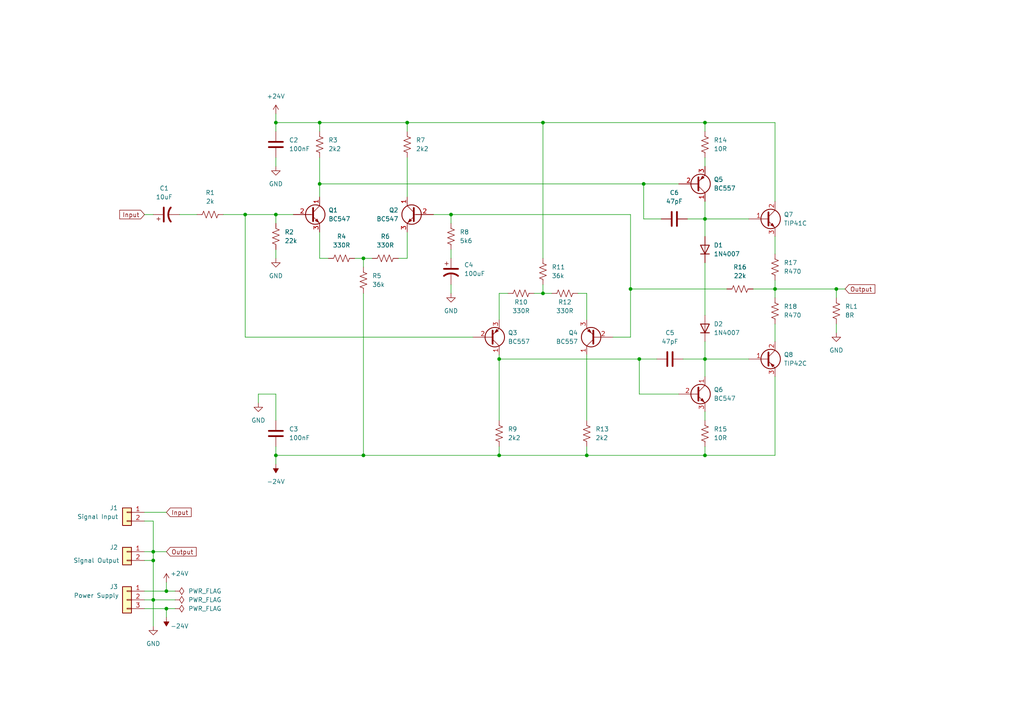
<source format=kicad_sch>
(kicad_sch (version 20211123) (generator eeschema)
  (paper "A4")
  (title_block (title "Amplificador Classe AB 20W") (date "2022-05-14") (rev "Alfredo Savi"))
  (lib_symbols
    (symbol "Connector_Generic:Conn_01x02" (pin_names (offset 1.016) hide)
      (property "Reference" "J" (at 0 2.54 0))
      (property "Value" "Conn_01x02" (at 0 -5.08 0))
      (symbol "Conn_01x02_1_1"
        (rectangle (start -1.27 -2.413) (end 0 -2.667) (stroke (width 0.1524)))
        (rectangle (start -1.27 0.127) (end 0 -0.127) (stroke (width 0.1524)))
        (rectangle (start -1.27 1.27) (end 1.27 -3.81) (stroke (width 0.254)) (fill (type background)))
        (pin passive line (at -5.08 0 0) (length 3.81) (name "Pin_1") (number "1"))
        (pin passive line (at -5.08 -2.54 0) (length 3.81) (name "Pin_2") (number "2"))
      )
    )
    (symbol "Connector_Generic:Conn_01x03" (pin_names (offset 1.016) hide)
      (property "Reference" "J" (at 0 5.08 0))
      (property "Value" "Conn_01x03" (at 0 -5.08 0))
      (symbol "Conn_01x03_1_1"
        (rectangle (start -1.27 -2.413) (end 0 -2.667) (stroke (width 0.1524)))
        (rectangle (start -1.27 0.127) (end 0 -0.127) (stroke (width 0.1524)))
        (rectangle (start -1.27 2.667) (end 0 2.413) (stroke (width 0.1524)))
        (rectangle (start -1.27 3.81) (end 1.27 -3.81) (stroke (width 0.254)) (fill (type background)))
        (pin passive line (at -5.08 2.54 0) (length 3.81) (name "Pin_1") (number "1"))
        (pin passive line (at -5.08 0 0) (length 3.81) (name "Pin_2") (number "2"))
        (pin passive line (at -5.08 -2.54 0) (length 3.81) (name "Pin_3") (number "3"))
      )
    )
    (symbol "Device:C" (pin_numbers hide) (pin_names (offset 0.254))
      (property "Reference" "C" (at 0.635 2.54 0))
      (property "Value" "C" (at 0.635 -2.54 0))
      (symbol "C_0_1"
        (polyline (pts (xy -2.032 -0.762) (xy 2.032 -0.762)) (stroke (width 0.508)))
        (polyline (pts (xy -2.032 0.762) (xy 2.032 0.762)) (stroke (width 0.508)))
      )
      (symbol "C_1_1"
        (pin passive line (at 0 3.81 270) (length 2.794) (name "~") (number "1"))
        (pin passive line (at 0 -3.81 90) (length 2.794) (name "~") (number "2"))
      )
    )
    (symbol "Device:C_Polarized_US" (pin_numbers hide) (pin_names (offset 0.254) hide)
      (property "Reference" "C" (at 0.635 2.54 0))
      (property "Value" "C_Polarized_US" (at 0.635 -2.54 0))
      (symbol "C_Polarized_US_0_1"
        (polyline (pts (xy -2.032 0.762) (xy 2.032 0.762)) (stroke (width 0.508)))
        (polyline (pts (xy -1.778 2.286) (xy -0.762 2.286)))
        (polyline (pts (xy -1.27 1.778) (xy -1.27 2.794)))
        (arc (start 2.032 -1.27) (mid 0 -0.5572) (end -2.032 -1.27) (stroke (width 0.508)))
      )
      (symbol "C_Polarized_US_1_1"
        (pin passive line (at 0 3.81 270) (length 2.794) (name "~") (number "1"))
        (pin passive line (at 0 -3.81 90) (length 3.302) (name "~") (number "2"))
      )
    )
    (symbol "Device:R_US" (pin_numbers hide) (pin_names (offset 0))
      (property "Reference" "R" (at 2.54 0 90))
      (property "Value" "R_US" (at -2.54 0 90))
      (symbol "R_US_0_1"
        (polyline (pts (xy 0 -2.286) (xy 0 -2.54)))
        (polyline (pts (xy 0 2.286) (xy 0 2.54)))
        (polyline (pts (xy 0 -0.762) (xy 1.016 -1.143) (xy 0 -1.524) (xy -1.016 -1.905) (xy 0 -2.286)))
        (polyline (pts (xy 0 0.762) (xy 1.016 0.381) (xy 0 0) (xy -1.016 -0.381) (xy 0 -0.762)))
        (polyline (pts (xy 0 2.286) (xy 1.016 1.905) (xy 0 1.524) (xy -1.016 1.143) (xy 0 0.762)))
      )
      (symbol "R_US_1_1"
        (pin passive line (at 0 3.81 270) (length 1.27) (name "~") (number "1"))
        (pin passive line (at 0 -3.81 90) (length 1.27) (name "~") (number "2"))
      )
    )
    (symbol "Diode:1N4007" (pin_numbers hide) (pin_names (offset 1.016) hide)
      (property "Reference" "D" (at 0 2.54 0))
      (property "Value" "1N4007" (at 0 -2.54 0))
      (symbol "1N4007_0_1"
        (polyline (pts (xy -1.27 1.27) (xy -1.27 -1.27)) (stroke (width 0.254)))
        (polyline (pts (xy 1.27 0) (xy -1.27 0)))
        (polyline (pts (xy 1.27 1.27) (xy 1.27 -1.27) (xy -1.27 0) (xy 1.27 1.27)) (stroke (width 0.254)))
      )
      (symbol "1N4007_1_1"
        (pin passive line (at -3.81 0 0) (length 2.54) (name "K") (number "1"))
        (pin passive line (at 3.81 0 180) (length 2.54) (name "A") (number "2"))
      )
    )
    (symbol "Transistor_BJT:BC547" (pin_names (offset 0) hide)
      (property "Reference" "Q" (at 5.08 1.905 0))
      (property "Value" "BC547" (at 5.08 0 0))
      (symbol "BC547_0_1"
        (polyline (pts (xy 0 0) (xy 0.635 0)))
        (polyline (pts (xy 0.635 0.635) (xy 2.54 2.54)))
        (polyline (pts (xy 0.635 -0.635) (xy 2.54 -2.54) (xy 2.54 -2.54)))
        (polyline (pts (xy 0.635 1.905) (xy 0.635 -1.905) (xy 0.635 -1.905)) (stroke (width 0.508)))
        (polyline (pts (xy 1.27 -1.778) (xy 1.778 -1.27) (xy 2.286 -2.286) (xy 1.27 -1.778) (xy 1.27 -1.778)) (fill (type outline)))
        (circle (center 1.27 0) (radius 2.8194) (stroke (width 0.254)))
      )
      (symbol "BC547_1_1"
        (pin passive line (at 2.54 5.08 270) (length 2.54) (name "C") (number "1"))
        (pin input line (at -5.08 0 0) (length 5.08) (name "B") (number "2"))
        (pin passive line (at 2.54 -5.08 90) (length 2.54) (name "E") (number "3"))
      )
    )
    (symbol "Transistor_BJT:BC557" (pin_names (offset 0) hide)
      (property "Reference" "Q" (at 5.08 1.905 0))
      (property "Value" "BC557" (at 5.08 0 0))
      (symbol "BC557_0_1"
        (polyline (pts (xy 0.635 0.635) (xy 2.54 2.54)))
        (polyline (pts (xy 0.635 -0.635) (xy 2.54 -2.54) (xy 2.54 -2.54)))
        (polyline (pts (xy 0.635 1.905) (xy 0.635 -1.905) (xy 0.635 -1.905)) (stroke (width 0.508)))
        (polyline (pts (xy 2.286 -1.778) (xy 1.778 -2.286) (xy 1.27 -1.27) (xy 2.286 -1.778) (xy 2.286 -1.778)) (fill (type outline)))
        (circle (center 1.27 0) (radius 2.8194) (stroke (width 0.254)))
      )
      (symbol "BC557_1_1"
        (pin passive line (at 2.54 5.08 270) (length 2.54) (name "C") (number "1"))
        (pin input line (at -5.08 0 0) (length 5.715) (name "B") (number "2"))
        (pin passive line (at 2.54 -5.08 90) (length 2.54) (name "E") (number "3"))
      )
    )
    (symbol "Transistor_BJT:TIP41C" (pin_names (offset 0) hide)
      (property "Reference" "Q" (at 6.35 1.905 0))
      (property "Value" "TIP41C" (at 6.35 0 0))
      (symbol "TIP41C_0_1"
        (polyline (pts (xy 0.635 0.635) (xy 2.54 2.54)))
        (polyline (pts (xy 0.635 -0.635) (xy 2.54 -2.54) (xy 2.54 -2.54)))
        (polyline (pts (xy 0.635 1.905) (xy 0.635 -1.905) (xy 0.635 -1.905)) (stroke (width 0.508)))
        (polyline (pts (xy 1.27 -1.778) (xy 1.778 -1.27) (xy 2.286 -2.286) (xy 1.27 -1.778) (xy 1.27 -1.778)) (fill (type outline)))
        (circle (center 1.27 0) (radius 2.8194) (stroke (width 0.254)))
      )
      (symbol "TIP41C_1_1"
        (pin input line (at -5.08 0 0) (length 5.715) (name "B") (number "1"))
        (pin passive line (at 2.54 5.08 270) (length 2.54) (name "C") (number "2"))
        (pin passive line (at 2.54 -5.08 90) (length 2.54) (name "E") (number "3"))
      )
    )
    (symbol "Transistor_BJT:TIP42C" (pin_names (offset 0) hide)
      (property "Reference" "Q" (at 6.35 1.905 0))
      (property "Value" "TIP42C" (at 6.35 0 0))
      (symbol "TIP42C_0_1"
        (polyline (pts (xy 0.635 0.635) (xy 2.54 2.54)))
        (polyline (pts (xy 0.635 -0.635) (xy 2.54 -2.54) (xy 2.54 -2.54)))
        (polyline (pts (xy 0.635 1.905) (xy 0.635 -1.905) (xy 0.635 -1.905)) (stroke (width 0.508)))
        (polyline (pts (xy 2.286 -1.778) (xy 1.778 -2.286) (xy 1.27 -1.27) (xy 2.286 -1.778) (xy 2.286 -1.778)) (fill (type outline)))
        (circle (center 1.27 0) (radius 2.8194) (stroke (width 0.254)))
      )
      (symbol "TIP42C_1_1"
        (pin input line (at -5.08 0 0) (length 5.715) (name "B") (number "1"))
        (pin passive line (at 2.54 5.08 270) (length 2.54) (name "C") (number "2"))
        (pin passive line (at 2.54 -5.08 90) (length 2.54) (name "E") (number "3"))
      )
    )
    (symbol "power:+24V" (power) (pin_names (offset 0))
      (property "Value" "+24V" (at 0 3.556 0))
      (symbol "+24V_0_1"
        (polyline (pts (xy -0.762 1.27) (xy 0 2.54)))
        (polyline (pts (xy 0 0) (xy 0 2.54)))
        (polyline (pts (xy 0 2.54) (xy 0.762 1.27)))
      )
      (symbol "+24V_1_1"
        (pin power_in line (at 0 0 90) (length 0) hide (name "+24V") (number "1"))
      )
    )
    (symbol "power:-24V" (power) (pin_names (offset 0))
      (property "Value" "-24V" (at 0 3.81 0))
      (symbol "-24V_0_0"
        (pin power_in line (at 0 0 90) (length 0) hide (name "-24V") (number "1"))
      )
      (symbol "-24V_0_1"
        (polyline (pts (xy 0 0) (xy 0 1.27) (xy 0.762 1.27) (xy 0 2.54) (xy -0.762 1.27) (xy 0 1.27)) (fill (type outline)))
      )
    )
    (symbol "power:GND" (power) (pin_names (offset 0))
      (property "Value" "GND" (at 0 -3.81 0))
      (symbol "GND_0_1"
        (polyline (pts (xy 0 0) (xy 0 -1.27) (xy 1.27 -1.27) (xy 0 -2.54) (xy -1.27 -1.27) (xy 0 -1.27)))
      )
      (symbol "GND_1_1"
        (pin power_in line (at 0 0 270) (length 0) hide (name "GND") (number "1"))
      )
    )
    (symbol "power:PWR_FLAG" (power) (pin_numbers hide) (pin_names (offset 0) hide)
      (property "Value" "PWR_FLAG" (at 0 3.81 0))
      (symbol "PWR_FLAG_0_0"
        (pin power_out line (at 0 0 90) (length 0) (name "pwr") (number "1"))
      )
      (symbol "PWR_FLAG_0_1"
        (polyline (pts (xy 0 0) (xy 0 1.27) (xy -1.016 1.905) (xy 0 2.54) (xy 1.016 1.905) (xy 0 1.27)))
      )
    )
  )
  (junction (at 204.47 35.56))
  (junction (at 185.42 104.14))
  (junction (at 204.47 104.14))
  (junction (at 118.11 35.56))
  (junction (at 242.57 83.82))
  (junction (at 224.79 83.82))
  (junction (at 170.18 132.08))
  (junction (at 92.71 53.34))
  (junction (at 80.01 132.08))
  (junction (at 71.12 62.23))
  (junction (at 48.26 171.45))
  (junction (at 48.26 176.53))
  (junction (at 157.48 85.09))
  (junction (at 44.45 160.02))
  (junction (at 204.47 63.5))
  (junction (at 105.41 74.93))
  (junction (at 182.88 83.82))
  (junction (at 105.41 132.08))
  (junction (at 44.45 173.99))
  (junction (at 204.47 132.08))
  (junction (at 92.71 35.56))
  (junction (at 186.69 53.34))
  (junction (at 130.81 62.23))
  (junction (at 157.48 35.56))
  (junction (at 80.01 35.56))
  (junction (at 144.78 104.14))
  (junction (at 80.01 62.23))
  (junction (at 144.78 132.08))
  (junction (at 44.45 162.56))
  (wire (pts (xy 191.77 63.5) (xy 186.69 63.5)))
  (wire (pts (xy 92.71 35.56) (xy 92.71 38.1)))
  (wire (pts (xy 92.71 45.72) (xy 92.71 53.34)))
  (wire (pts (xy 48.26 171.45) (xy 50.8 171.45)))
  (wire (pts (xy 182.88 97.79) (xy 182.88 83.82)))
  (wire (pts (xy 144.78 85.09) (xy 147.32 85.09)))
  (wire (pts (xy 204.47 35.56) (xy 224.79 35.56)))
  (wire (pts (xy 144.78 129.54) (xy 144.78 132.08)))
  (wire (pts (xy 74.93 116.84) (xy 74.93 114.3)))
  (wire (pts (xy 118.11 35.56) (xy 157.48 35.56)))
  (wire (pts (xy 41.91 171.45) (xy 48.26 171.45)))
  (wire (pts (xy 80.01 35.56) (xy 92.71 35.56)))
  (wire (pts (xy 242.57 86.36) (xy 242.57 83.82)))
  (wire (pts (xy 204.47 58.42) (xy 204.47 63.5)))
  (wire (pts (xy 224.79 93.98) (xy 224.79 99.06)))
  (wire (pts (xy 80.01 33.02) (xy 80.01 35.56)))
  (wire (pts (xy 71.12 97.79) (xy 71.12 62.23)))
  (wire (pts (xy 80.01 72.39) (xy 80.01 74.93)))
  (wire (pts (xy 224.79 83.82) (xy 224.79 86.36)))
  (wire (pts (xy 204.47 119.38) (xy 204.47 121.92)))
  (wire (pts (xy 80.01 132.08) (xy 105.41 132.08)))
  (wire (pts (xy 125.73 62.23) (xy 130.81 62.23)))
  (wire (pts (xy 185.42 104.14) (xy 185.42 114.3)))
  (wire (pts (xy 41.91 160.02) (xy 44.45 160.02)))
  (wire (pts (xy 44.45 173.99) (xy 44.45 181.61)))
  (wire (pts (xy 204.47 99.06) (xy 204.47 104.14)))
  (wire (pts (xy 105.41 74.93) (xy 107.95 74.93)))
  (wire (pts (xy 224.79 109.22) (xy 224.79 132.08)))
  (wire (pts (xy 204.47 45.72) (xy 204.47 48.26)))
  (wire (pts (xy 157.48 85.09) (xy 160.02 85.09)))
  (wire (pts (xy 144.78 132.08) (xy 170.18 132.08)))
  (wire (pts (xy 48.26 176.53) (xy 50.8 176.53)))
  (wire (pts (xy 64.77 62.23) (xy 71.12 62.23)))
  (wire (pts (xy 204.47 76.2) (xy 204.47 91.44)))
  (wire (pts (xy 105.41 132.08) (xy 144.78 132.08)))
  (wire (pts (xy 157.48 35.56) (xy 204.47 35.56)))
  (wire (pts (xy 157.48 82.55) (xy 157.48 85.09)))
  (wire (pts (xy 199.39 63.5) (xy 204.47 63.5)))
  (wire (pts (xy 242.57 93.98) (xy 242.57 96.52)))
  (wire (pts (xy 186.69 53.34) (xy 186.69 63.5)))
  (wire (pts (xy 80.01 114.3) (xy 80.01 121.92)))
  (wire (pts (xy 95.25 74.93) (xy 92.71 74.93)))
  (wire (pts (xy 204.47 35.56) (xy 204.47 38.1)))
  (wire (pts (xy 52.07 62.23) (xy 57.15 62.23)))
  (wire (pts (xy 170.18 102.87) (xy 170.18 121.92)))
  (wire (pts (xy 242.57 83.82) (xy 224.79 83.82)))
  (wire (pts (xy 92.71 35.56) (xy 118.11 35.56)))
  (wire (pts (xy 144.78 104.14) (xy 144.78 121.92)))
  (wire (pts (xy 92.71 53.34) (xy 186.69 53.34)))
  (wire (pts (xy 224.79 58.42) (xy 224.79 35.56)))
  (wire (pts (xy 204.47 129.54) (xy 204.47 132.08)))
  (wire (pts (xy 182.88 83.82) (xy 182.88 62.23)))
  (wire (pts (xy 190.5 104.14) (xy 185.42 104.14)))
  (wire (pts (xy 105.41 85.09) (xy 105.41 132.08)))
  (wire (pts (xy 137.16 97.79) (xy 71.12 97.79)))
  (wire (pts (xy 44.45 160.02) (xy 44.45 162.56)))
  (wire (pts (xy 80.01 129.54) (xy 80.01 132.08)))
  (wire (pts (xy 204.47 104.14) (xy 198.12 104.14)))
  (wire (pts (xy 167.64 85.09) (xy 170.18 85.09)))
  (wire (pts (xy 144.78 104.14) (xy 185.42 104.14)))
  (wire (pts (xy 41.91 151.13) (xy 44.45 151.13)))
  (wire (pts (xy 204.47 104.14) (xy 217.17 104.14)))
  (wire (pts (xy 218.44 83.82) (xy 224.79 83.82)))
  (wire (pts (xy 41.91 162.56) (xy 44.45 162.56)))
  (wire (pts (xy 144.78 92.71) (xy 144.78 85.09)))
  (wire (pts (xy 242.57 83.82) (xy 245.11 83.82)))
  (wire (pts (xy 80.01 132.08) (xy 80.01 134.62)))
  (wire (pts (xy 80.01 35.56) (xy 80.01 38.1)))
  (wire (pts (xy 204.47 109.22) (xy 204.47 104.14)))
  (wire (pts (xy 41.91 173.99) (xy 44.45 173.99)))
  (wire (pts (xy 204.47 63.5) (xy 217.17 63.5)))
  (wire (pts (xy 41.91 62.23) (xy 44.45 62.23)))
  (wire (pts (xy 41.91 176.53) (xy 48.26 176.53)))
  (wire (pts (xy 44.45 151.13) (xy 44.45 160.02)))
  (wire (pts (xy 130.81 72.39) (xy 130.81 74.93)))
  (wire (pts (xy 170.18 132.08) (xy 204.47 132.08)))
  (wire (pts (xy 115.57 74.93) (xy 118.11 74.93)))
  (wire (pts (xy 48.26 168.91) (xy 48.26 171.45)))
  (wire (pts (xy 41.91 148.59) (xy 48.26 148.59)))
  (wire (pts (xy 48.26 179.07) (xy 48.26 176.53)))
  (wire (pts (xy 204.47 132.08) (xy 224.79 132.08)))
  (wire (pts (xy 92.71 53.34) (xy 92.71 57.15)))
  (wire (pts (xy 92.71 74.93) (xy 92.71 67.31)))
  (wire (pts (xy 182.88 83.82) (xy 210.82 83.82)))
  (wire (pts (xy 186.69 53.34) (xy 196.85 53.34)))
  (wire (pts (xy 102.87 74.93) (xy 105.41 74.93)))
  (wire (pts (xy 130.81 82.55) (xy 130.81 85.09)))
  (wire (pts (xy 157.48 35.56) (xy 157.48 74.93)))
  (wire (pts (xy 105.41 74.93) (xy 105.41 77.47)))
  (wire (pts (xy 118.11 74.93) (xy 118.11 67.31)))
  (wire (pts (xy 185.42 114.3) (xy 196.85 114.3)))
  (wire (pts (xy 204.47 63.5) (xy 204.47 68.58)))
  (wire (pts (xy 177.8 97.79) (xy 182.88 97.79)))
  (wire (pts (xy 44.45 173.99) (xy 50.8 173.99)))
  (wire (pts (xy 154.94 85.09) (xy 157.48 85.09)))
  (wire (pts (xy 80.01 62.23) (xy 80.01 64.77)))
  (wire (pts (xy 224.79 68.58) (xy 224.79 73.66)))
  (wire (pts (xy 80.01 62.23) (xy 85.09 62.23)))
  (wire (pts (xy 44.45 162.56) (xy 44.45 173.99)))
  (wire (pts (xy 170.18 85.09) (xy 170.18 92.71)))
  (wire (pts (xy 71.12 62.23) (xy 80.01 62.23)))
  (wire (pts (xy 170.18 129.54) (xy 170.18 132.08)))
  (wire (pts (xy 118.11 45.72) (xy 118.11 57.15)))
  (wire (pts (xy 224.79 81.28) (xy 224.79 83.82)))
  (wire (pts (xy 144.78 102.87) (xy 144.78 104.14)))
  (wire (pts (xy 44.45 160.02) (xy 48.26 160.02)))
  (wire (pts (xy 80.01 45.72) (xy 80.01 48.26)))
  (wire (pts (xy 130.81 62.23) (xy 130.81 64.77)))
  (wire (pts (xy 74.93 114.3) (xy 80.01 114.3)))
  (wire (pts (xy 182.88 62.23) (xy 130.81 62.23)))
  (wire (pts (xy 118.11 35.56) (xy 118.11 38.1)))
  (global_label "Input" (shape input) (at 48.26 148.59 0) (property "Intersheet References" "${INTERSHEET_REFS}" (effects hide)))
  (global_label "Output" (shape input) (at 48.26 160.02 0) (property "Intersheet References" "${INTERSHEET_REFS}" (effects hide)))
  (global_label "Output" (shape input) (at 245.11 83.82 0) (property "Intersheet References" "${INTERSHEET_REFS}" (effects hide)))
  (global_label "Input" (shape input) (at 41.91 62.23 180) (property "Intersheet References" "${INTERSHEET_REFS}" (effects hide)))
  (symbol (lib_id "Device:R_US") (at 204.47 41.91 180) (unit 1)
    (property "Reference" "R14" (at 207.01 40.6399 0) (effects (justify right)))
    (property "Value" "10R" (at 207.01 43.1799 0) (effects (justify right)))
  )
  (symbol (lib_id "power:PWR_FLAG") (at 50.8 171.45 270) (unit 1)
    (property "Reference" "#FLG0102" (effects hide))
    (property "Value" "PWR_FLAG" (at 54.61 171.4499 90) (effects (justify left)))
  )
  (symbol (lib_id "Connector_Generic:Conn_01x03") (at 36.83 173.99 0) (mirror y) (unit 1)
    (property "Reference" "J3" (at 33.02 170.18 0))
    (property "Value" "Power Supply" (at 27.94 172.72 0))
  )
  (symbol (lib_id "Diode:1N4007") (at 204.47 72.39 90) (unit 1)
    (property "Reference" "D1" (at 207.01 71.1199 90) (effects (justify right)))
    (property "Value" "1N4007" (at 207.01 73.6599 90) (effects (justify right)))
    (property "Footprint" "Diode_THT:D_DO-41_SOD81_P10.16mm_Horizontal" (effects hide))
    (property "Datasheet" "http://www.vishay.com/docs/88503/1n4001.pdf" (effects hide))
  )
  (symbol (lib_id "power:GND") (at 130.81 85.09 0) (unit 1)
    (property "Reference" "#PWR06" (effects hide))
    (property "Value" "GND" (at 130.81 90.17 0))
  )
  (symbol (lib_id "Device:R_US") (at 144.78 125.73 180) (unit 1)
    (property "Reference" "R9" (at 147.32 124.4599 0) (effects (justify right)))
    (property "Value" "2k2" (at 147.32 126.9999 0) (effects (justify right)))
  )
  (symbol (lib_id "power:GND") (at 80.01 74.93 0) (unit 1)
    (property "Reference" "#PWR04" (effects hide))
    (property "Value" "GND" (at 80.01 80.01 0))
  )
  (symbol (lib_id "Device:R_US") (at 157.48 78.74 180) (unit 1)
    (property "Reference" "R11" (at 160.02 77.4699 0) (effects (justify right)))
    (property "Value" "36k" (at 160.02 80.0099 0) (effects (justify right)))
  )
  (symbol (lib_id "power:GND") (at 80.01 48.26 0) (unit 1)
    (property "Reference" "#PWR03" (effects hide))
    (property "Value" "GND" (at 80.01 53.34 0))
  )
  (symbol (lib_id "Device:R_US") (at 163.83 85.09 90) (unit 1)
    (property "Reference" "R12" (at 163.83 87.63 90))
    (property "Value" "330R" (at 163.83 90.17 90))
  )
  (symbol (lib_id "Device:R_US") (at 99.06 74.93 90) (unit 1)
    (property "Reference" "R4" (at 99.06 68.58 90))
    (property "Value" "330R" (at 99.06 71.12 90))
  )
  (symbol (lib_id "Transistor_BJT:BC547") (at 120.65 62.23 0) (mirror y) (unit 1)
    (property "Reference" "Q2" (at 115.57 60.9599 0) (effects (justify left)))
    (property "Value" "BC547" (at 115.57 63.4999 0) (effects (justify left)))
    (property "Footprint" "Package_TO_SOT_THT:TO-92_Inline" (effects hide))
    (property "Datasheet" "https://www.onsemi.com/pub/Collateral/BC550-D.pdf" (effects hide))
  )
  (symbol (lib_id "Device:C") (at 194.31 104.14 90) (unit 1)
    (property "Reference" "C5" (at 194.31 96.52 90))
    (property "Value" "47pF" (at 194.31 99.06 90))
  )
  (symbol (lib_id "Transistor_BJT:TIP42C") (at 222.25 104.14 0) (unit 1)
    (property "Reference" "Q8" (at 227.33 102.8699 0) (effects (justify left)))
    (property "Value" "TIP42C" (at 227.33 105.4099 0) (effects (justify left)))
    (property "Footprint" "Package_TO_SOT_THT:TO-220-3_Vertical" (effects hide))
    (property "Datasheet" "https://www.centralsemi.com/get_document.php?cmp=1&mergetype=pd&mergepath=pd&pdf_id=TIP42.PDF" (effects hide))
  )
  (symbol (lib_id "power:-24V") (at 48.26 179.07 0) (mirror x) (unit 1)
    (property "Reference" "#PWR0102" (effects hide))
    (property "Value" "-24V" (at 52.07 181.61 0))
  )
  (symbol (lib_id "power:GND") (at 242.57 96.52 0) (unit 1)
    (property "Reference" "#PWR07" (effects hide))
    (property "Value" "GND" (at 242.57 101.6 0))
  )
  (symbol (lib_id "Device:R_US") (at 214.63 83.82 270) (unit 1)
    (property "Reference" "R16" (at 214.63 77.47 90))
    (property "Value" "22k" (at 214.63 80.01 90))
  )
  (symbol (lib_id "Device:R_US") (at 92.71 41.91 180) (unit 1)
    (property "Reference" "R3" (at 95.25 40.6399 0) (effects (justify right)))
    (property "Value" "2k2" (at 95.25 43.1799 0) (effects (justify right)))
  )
  (symbol (lib_id "Device:R_US") (at 224.79 90.17 180) (unit 1)
    (property "Reference" "R18" (at 227.33 88.8999 0) (effects (justify right)))
    (property "Value" "R470" (at 227.33 91.4399 0) (effects (justify right)))
  )
  (symbol (lib_id "power:+24V") (at 48.26 168.91 0) (unit 1)
    (property "Reference" "#PWR0101" (effects hide))
    (property "Value" "+24V" (at 52.07 166.37 0))
  )
  (symbol (lib_id "Transistor_BJT:BC547") (at 201.93 114.3 0) (unit 1)
    (property "Reference" "Q6" (at 207.01 113.0299 0) (effects (justify left)))
    (property "Value" "BC547" (at 207.01 115.5699 0) (effects (justify left)))
    (property "Footprint" "Package_TO_SOT_THT:TO-92_Inline" (effects hide))
    (property "Datasheet" "https://www.onsemi.com/pub/Collateral/BC550-D.pdf" (effects hide))
  )
  (symbol (lib_id "Connector_Generic:Conn_01x02") (at 36.83 148.59 0) (mirror y) (unit 1)
    (property "Reference" "J1" (at 33.02 147.32 0))
    (property "Value" "Signal Input" (at 34.29 149.86 0) (effects (justify left)))
  )
  (symbol (lib_id "Device:R_US") (at 242.57 90.17 180) (unit 1)
    (property "Reference" "RL1" (at 245.11 88.8999 0) (effects (justify right)))
    (property "Value" "8R" (at 245.11 91.4399 0) (effects (justify right)))
  )
  (symbol (lib_id "Device:R_US") (at 170.18 125.73 180) (unit 1)
    (property "Reference" "R13" (at 172.72 124.4599 0) (effects (justify right)))
    (property "Value" "2k2" (at 172.72 126.9999 0) (effects (justify right)))
  )
  (symbol (lib_id "Transistor_BJT:BC557") (at 201.93 53.34 0) (mirror x) (unit 1)
    (property "Reference" "Q5" (at 207.01 52.0699 0) (effects (justify left)))
    (property "Value" "BC557" (at 207.01 54.6099 0) (effects (justify left)))
    (property "Footprint" "Package_TO_SOT_THT:TO-92_Inline" (effects hide))
    (property "Datasheet" "https://www.onsemi.com/pub/Collateral/BC556BTA-D.pdf" (effects hide))
  )
  (symbol (lib_id "Device:C") (at 80.01 41.91 0) (unit 1)
    (property "Reference" "C2" (at 83.82 40.6399 0) (effects (justify left)))
    (property "Value" "100nF" (at 83.82 43.1799 0) (effects (justify left)))
  )
  (symbol (lib_id "power:GND") (at 44.45 181.61 0) (unit 1)
    (property "Reference" "#PWR08" (effects hide))
    (property "Value" "GND" (at 44.45 186.69 0))
  )
  (symbol (lib_id "Device:R_US") (at 151.13 85.09 90) (unit 1)
    (property "Reference" "R10" (at 151.13 87.63 90))
    (property "Value" "330R" (at 151.13 90.17 90))
  )
  (symbol (lib_id "Transistor_BJT:TIP41C") (at 222.25 63.5 0) (unit 1)
    (property "Reference" "Q7" (at 227.33 62.2299 0) (effects (justify left)))
    (property "Value" "TIP41C" (at 227.33 64.7699 0) (effects (justify left)))
    (property "Footprint" "Package_TO_SOT_THT:TO-220-3_Vertical" (effects hide))
    (property "Datasheet" "https://www.centralsemi.com/get_document.php?cmp=1&mergetype=pd&mergepath=pd&pdf_id=tip41.PDF" (effects hide))
  )
  (symbol (lib_id "Device:C") (at 195.58 63.5 90) (unit 1)
    (property "Reference" "C6" (at 195.58 55.88 90))
    (property "Value" "47pF" (at 195.58 58.42 90))
  )
  (symbol (lib_id "power:PWR_FLAG") (at 50.8 173.99 270) (unit 1)
    (property "Reference" "#FLG0103" (effects hide))
    (property "Value" "PWR_FLAG" (at 54.61 173.9899 90) (effects (justify left)))
  )
  (symbol (lib_id "Transistor_BJT:BC557") (at 142.24 97.79 0) (mirror x) (unit 1)
    (property "Reference" "Q3" (at 147.32 96.5199 0) (effects (justify left)))
    (property "Value" "BC557" (at 147.32 99.0599 0) (effects (justify left)))
    (property "Footprint" "Package_TO_SOT_THT:TO-92_Inline" (effects hide))
    (property "Datasheet" "https://www.onsemi.com/pub/Collateral/BC556BTA-D.pdf" (effects hide))
  )
  (symbol (lib_id "Device:R_US") (at 80.01 68.58 180) (unit 1)
    (property "Reference" "R2" (at 82.55 67.3099 0) (effects (justify right)))
    (property "Value" "22k" (at 82.55 69.8499 0) (effects (justify right)))
  )
  (symbol (lib_id "Device:R_US") (at 60.96 62.23 90) (unit 1)
    (property "Reference" "R1" (at 60.96 55.88 90))
    (property "Value" "2k" (at 60.96 58.42 90))
  )
  (symbol (lib_id "Transistor_BJT:BC547") (at 90.17 62.23 0) (unit 1)
    (property "Reference" "Q1" (at 95.25 60.9599 0) (effects (justify left)))
    (property "Value" "BC547" (at 95.25 63.4999 0) (effects (justify left)))
    (property "Footprint" "Package_TO_SOT_THT:TO-92_Inline" (effects hide))
    (property "Datasheet" "https://www.onsemi.com/pub/Collateral/BC550-D.pdf" (effects hide))
  )
  (symbol (lib_id "Device:C_Polarized_US") (at 48.26 62.23 90) (unit 1)
    (property "Reference" "C1" (at 47.625 54.61 90))
    (property "Value" "10uF" (at 47.625 57.15 90))
  )
  (symbol (lib_id "power:GND") (at 74.93 116.84 0) (unit 1)
    (property "Reference" "#PWR01" (effects hide))
    (property "Value" "GND" (at 74.93 121.92 0))
  )
  (symbol (lib_id "Device:R_US") (at 105.41 81.28 180) (unit 1)
    (property "Reference" "R5" (at 107.95 80.0099 0) (effects (justify right)))
    (property "Value" "36k" (at 107.95 82.5499 0) (effects (justify right)))
  )
  (symbol (lib_id "Device:R_US") (at 118.11 41.91 180) (unit 1)
    (property "Reference" "R7" (at 120.65 40.6399 0) (effects (justify right)))
    (property "Value" "2k2" (at 120.65 43.1799 0) (effects (justify right)))
  )
  (symbol (lib_id "Device:R_US") (at 224.79 77.47 180) (unit 1)
    (property "Reference" "R17" (at 227.33 76.1999 0) (effects (justify right)))
    (property "Value" "R470" (at 227.33 78.7399 0) (effects (justify right)))
  )
  (symbol (lib_id "power:PWR_FLAG") (at 50.8 176.53 270) (unit 1)
    (property "Reference" "#FLG0101" (effects hide))
    (property "Value" "PWR_FLAG" (at 54.61 176.5299 90) (effects (justify left)))
  )
  (symbol (lib_id "Device:C_Polarized_US") (at 130.81 78.74 0) (unit 1)
    (property "Reference" "C4" (at 134.62 76.8349 0) (effects (justify left)))
    (property "Value" "100uF" (at 134.62 79.3749 0) (effects (justify left)))
  )
  (symbol (lib_id "Device:R_US") (at 130.81 68.58 180) (unit 1)
    (property "Reference" "R8" (at 133.35 67.3099 0) (effects (justify right)))
    (property "Value" "5k6" (at 133.35 69.8499 0) (effects (justify right)))
  )
  (symbol (lib_id "Connector_Generic:Conn_01x02") (at 36.83 160.02 0) (mirror y) (unit 1)
    (property "Reference" "J2" (at 33.02 158.75 0))
    (property "Value" "Signal Output" (at 27.94 162.56 0))
  )
  (symbol (lib_id "Device:R_US") (at 111.76 74.93 90) (unit 1)
    (property "Reference" "R6" (at 111.76 68.58 90))
    (property "Value" "330R" (at 111.76 71.12 90))
  )
  (symbol (lib_id "Diode:1N4007") (at 204.47 95.25 90) (unit 1)
    (property "Reference" "D2" (at 207.01 93.9799 90) (effects (justify right)))
    (property "Value" "1N4007" (at 207.01 96.5199 90) (effects (justify right)))
    (property "Footprint" "Diode_THT:D_DO-41_SOD81_P10.16mm_Horizontal" (effects hide))
    (property "Datasheet" "http://www.vishay.com/docs/88503/1n4001.pdf" (effects hide))
  )
  (symbol (lib_id "Device:R_US") (at 204.47 125.73 180) (unit 1)
    (property "Reference" "R15" (at 207.01 124.4599 0) (effects (justify right)))
    (property "Value" "10R" (at 207.01 126.9999 0) (effects (justify right)))
  )
  (symbol (lib_id "power:+24V") (at 80.01 33.02 0) (unit 1)
    (property "Reference" "#PWR02" (effects hide))
    (property "Value" "+24V" (at 80.01 27.94 0))
  )
  (symbol (lib_id "power:-24V") (at 80.01 134.62 0) (mirror x) (unit 1)
    (property "Reference" "#PWR05" (effects hide))
    (property "Value" "-24V" (at 80.01 139.7 0))
  )
  (symbol (lib_id "Transistor_BJT:BC557") (at 172.72 97.79 180) (unit 1)
    (property "Reference" "Q4" (at 167.64 96.5199 0) (effects (justify left)))
    (property "Value" "BC557" (at 167.64 99.0599 0) (effects (justify left)))
    (property "Footprint" "Package_TO_SOT_THT:TO-92_Inline" (effects hide))
    (property "Datasheet" "https://www.onsemi.com/pub/Collateral/BC556BTA-D.pdf" (effects hide))
  )
  (symbol (lib_id "Device:C") (at 80.01 125.73 0) (unit 1)
    (property "Reference" "C3" (at 83.82 124.4599 0) (effects (justify left)))
    (property "Value" "100nF" (at 83.82 126.9999 0) (effects (justify left)))
  )
)
</source>
